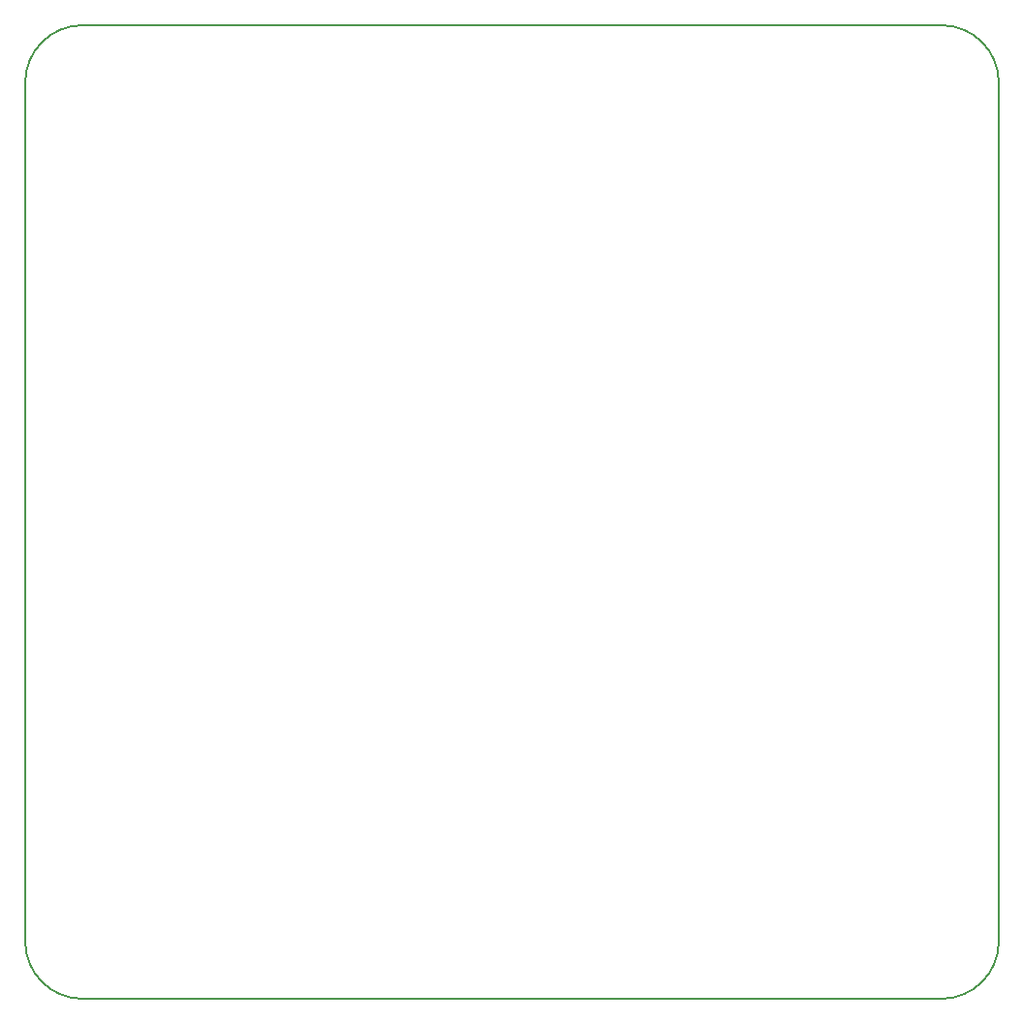
<source format=gbr>
%TF.GenerationSoftware,KiCad,Pcbnew,5.1.6-c6e7f7d~87~ubuntu18.04.1*%
%TF.CreationDate,2020-08-12T00:38:11-03:00*%
%TF.ProjectId,tfMainBoard,74664d61-696e-4426-9f61-72642e6b6963,Rev 1.0.0*%
%TF.SameCoordinates,Original*%
%TF.FileFunction,Profile,NP*%
%FSLAX46Y46*%
G04 Gerber Fmt 4.6, Leading zero omitted, Abs format (unit mm)*
G04 Created by KiCad (PCBNEW 5.1.6-c6e7f7d~87~ubuntu18.04.1) date 2020-08-12 00:38:11*
%MOMM*%
%LPD*%
G01*
G04 APERTURE LIST*
%TA.AperFunction,Profile*%
%ADD10C,0.150000*%
%TD*%
G04 APERTURE END LIST*
D10*
X85000000Y-50000000D02*
G75*
G02*
X90000000Y-45000000I5000000J0D01*
G01*
X165000000Y-45000000D02*
G75*
G02*
X170000000Y-50000000I0J-5000000D01*
G01*
X170000000Y-125000000D02*
G75*
G02*
X165000000Y-130000000I-5000000J0D01*
G01*
X90000000Y-130000000D02*
G75*
G02*
X85000000Y-125000000I0J5000000D01*
G01*
X85000000Y-125000000D02*
X85000000Y-50000000D01*
X165000000Y-130000000D02*
X90000000Y-130000000D01*
X170000000Y-50000000D02*
X170000000Y-125000000D01*
X90000000Y-45000000D02*
X165000000Y-45000000D01*
M02*

</source>
